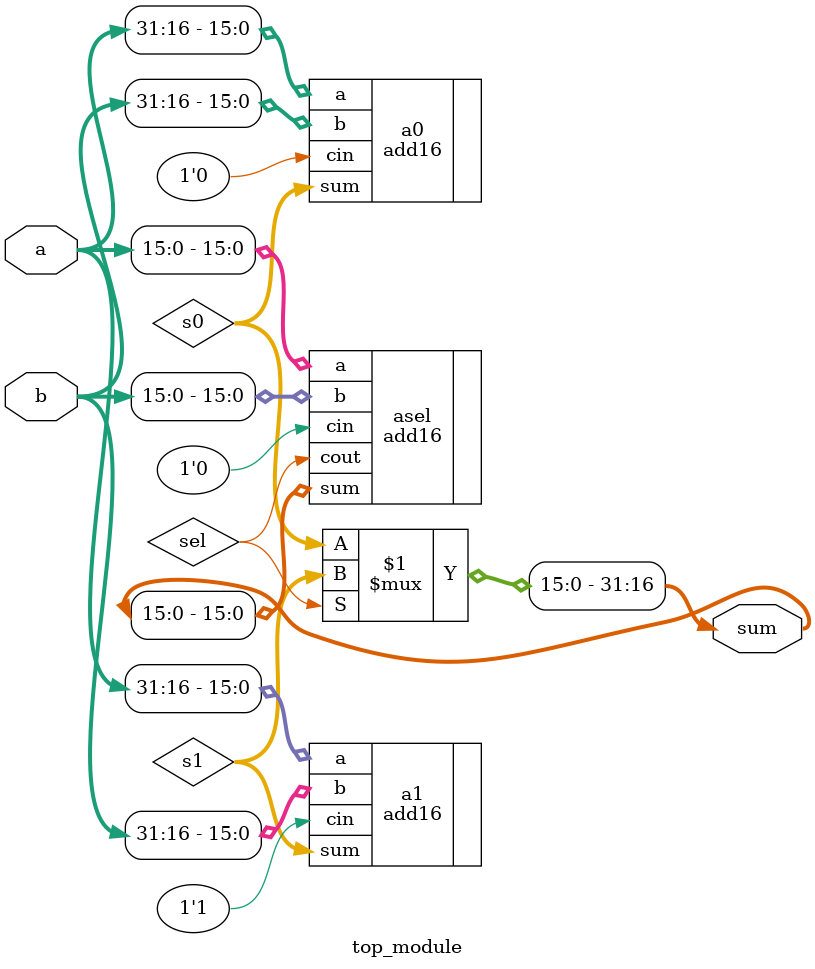
<source format=v>

module top_module(
    input [31:0] a,
    input [31:0] b,
    output [31:0] sum
);

    wire sel;
    add16 asel (.a(a[15:0]), .b(b[15:0]), .cin(1'b0), .cout(sel), .sum(sum[15:0]));

    wire [31:16] s0, s1;

    add16 a0 (.a(a[31:16]), .b(b[31:16]), .cin(1'b0), .sum(s0));
    add16 a1 (.a(a[31:16]), .b(b[31:16]), .cin(1'b1), .sum(s1));

    assign sum[31:16] = sel? s1 : s0;
    
endmodule
</source>
